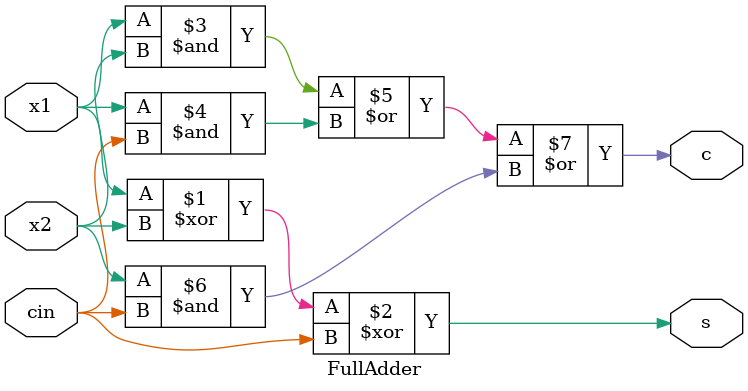
<source format=v>


`timescale 1ns/10ps

module FullAdder (
    x1,
    x2,
    cin,
    s,
    c
);
// Full Adder 2bit+1 input from exspresion
// Input:
//     x1(bool): bit signal to be added
//     x2(bool): bit signal to be added
//     cin(bool): carry in bit signal
// 
// Output:
//     s(bool): Full Adder Sum
//     c(bool): Full Adder Carry

input x1;
input x2;
input cin;
output s;
wire s;
output c;
wire c;





assign s = ((x1 ^ x2) ^ cin);
assign c = (((x1 & x2) | (x1 & cin)) | (x2 & cin));

endmodule

</source>
